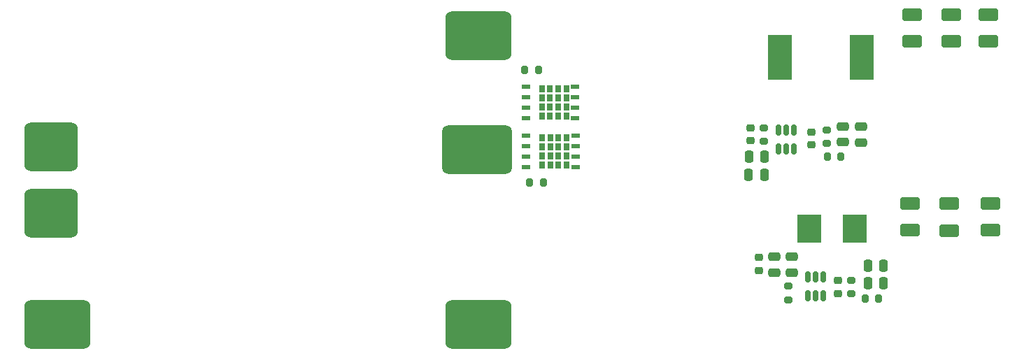
<source format=gbr>
%TF.GenerationSoftware,KiCad,Pcbnew,8.0.1*%
%TF.CreationDate,2024-08-18T09:44:38+02:00*%
%TF.ProjectId,robal_power_board,726f6261-6c5f-4706-9f77-65725f626f61,rev?*%
%TF.SameCoordinates,Original*%
%TF.FileFunction,Paste,Top*%
%TF.FilePolarity,Positive*%
%FSLAX46Y46*%
G04 Gerber Fmt 4.6, Leading zero omitted, Abs format (unit mm)*
G04 Created by KiCad (PCBNEW 8.0.1) date 2024-08-18 09:44:38*
%MOMM*%
%LPD*%
G01*
G04 APERTURE LIST*
G04 Aperture macros list*
%AMRoundRect*
0 Rectangle with rounded corners*
0 $1 Rounding radius*
0 $2 $3 $4 $5 $6 $7 $8 $9 X,Y pos of 4 corners*
0 Add a 4 corners polygon primitive as box body*
4,1,4,$2,$3,$4,$5,$6,$7,$8,$9,$2,$3,0*
0 Add four circle primitives for the rounded corners*
1,1,$1+$1,$2,$3*
1,1,$1+$1,$4,$5*
1,1,$1+$1,$6,$7*
1,1,$1+$1,$8,$9*
0 Add four rect primitives between the rounded corners*
20,1,$1+$1,$2,$3,$4,$5,0*
20,1,$1+$1,$4,$5,$6,$7,0*
20,1,$1+$1,$6,$7,$8,$9,0*
20,1,$1+$1,$8,$9,$2,$3,0*%
G04 Aperture macros list end*
%ADD10R,2.950000X3.500000*%
%ADD11R,2.900000X5.400000*%
%ADD12RoundRect,0.150000X-0.150000X0.512500X-0.150000X-0.512500X0.150000X-0.512500X0.150000X0.512500X0*%
%ADD13R,0.780000X0.900000*%
%ADD14R,1.075000X0.500000*%
%ADD15R,0.975000X0.500000*%
%ADD16RoundRect,0.250001X-0.924999X0.499999X-0.924999X-0.499999X0.924999X-0.499999X0.924999X0.499999X0*%
%ADD17RoundRect,0.225000X-0.250000X0.225000X-0.250000X-0.225000X0.250000X-0.225000X0.250000X0.225000X0*%
%ADD18RoundRect,0.225000X0.250000X-0.225000X0.250000X0.225000X-0.250000X0.225000X-0.250000X-0.225000X0*%
%ADD19RoundRect,0.250000X0.475000X-0.250000X0.475000X0.250000X-0.475000X0.250000X-0.475000X-0.250000X0*%
%ADD20RoundRect,0.200000X0.275000X-0.200000X0.275000X0.200000X-0.275000X0.200000X-0.275000X-0.200000X0*%
%ADD21RoundRect,0.250001X0.924999X-0.499999X0.924999X0.499999X-0.924999X0.499999X-0.924999X-0.499999X0*%
%ADD22RoundRect,0.900000X3.100000X-2.100000X3.100000X2.100000X-3.100000X2.100000X-3.100000X-2.100000X0*%
%ADD23RoundRect,0.900000X3.100000X2.100000X-3.100000X2.100000X-3.100000X-2.100000X3.100000X-2.100000X0*%
%ADD24RoundRect,0.900000X-3.100000X2.100000X-3.100000X-2.100000X3.100000X-2.100000X3.100000X2.100000X0*%
%ADD25RoundRect,0.900000X-2.350000X2.100000X-2.350000X-2.100000X2.350000X-2.100000X2.350000X2.100000X0*%
%ADD26RoundRect,0.900000X3.350000X-2.100000X3.350000X2.100000X-3.350000X2.100000X-3.350000X-2.100000X0*%
%ADD27RoundRect,0.200000X-0.200000X-0.275000X0.200000X-0.275000X0.200000X0.275000X-0.200000X0.275000X0*%
%ADD28RoundRect,0.200000X0.200000X0.275000X-0.200000X0.275000X-0.200000X-0.275000X0.200000X-0.275000X0*%
%ADD29RoundRect,0.250000X0.250000X0.475000X-0.250000X0.475000X-0.250000X-0.475000X0.250000X-0.475000X0*%
%ADD30RoundRect,0.250000X-0.250000X-0.475000X0.250000X-0.475000X0.250000X0.475000X-0.250000X0.475000X0*%
G04 APERTURE END LIST*
D10*
%TO.C,L1*%
X180567500Y-94705500D03*
X175117500Y-94705500D03*
%TD*%
D11*
%TO.C,L5*%
X181450000Y-74000000D03*
X171550000Y-74000000D03*
%TD*%
D12*
%TO.C,IC2*%
X173252000Y-82752000D03*
X172302000Y-82752000D03*
X171352000Y-82752000D03*
X171352000Y-85027000D03*
X172302000Y-85027000D03*
X173252000Y-85027000D03*
%TD*%
D13*
%TO.C,Q2*%
X142764000Y-83694000D03*
X142764000Y-84794000D03*
X142764000Y-85894000D03*
X142764000Y-86994000D03*
X143744000Y-83694000D03*
X143744000Y-84794000D03*
X143744000Y-85894000D03*
X143744000Y-86994000D03*
X144724000Y-83694000D03*
X144724000Y-84794000D03*
X144724000Y-85894000D03*
X144724000Y-86994000D03*
X145704000Y-83694000D03*
X145704000Y-84794000D03*
X145704000Y-85894000D03*
X145704000Y-86994000D03*
D14*
X140801500Y-87249000D03*
D15*
X146776500Y-83439000D03*
X146776500Y-84709000D03*
X146776500Y-85979000D03*
X146776500Y-87249000D03*
D14*
X140801500Y-83439000D03*
X140801500Y-84709000D03*
X140801500Y-85979000D03*
%TD*%
D12*
%TO.C,IC1*%
X176792500Y-100568000D03*
X175842500Y-100568000D03*
X174892500Y-100568000D03*
X174892500Y-102843000D03*
X175842500Y-102843000D03*
X176792500Y-102843000D03*
%TD*%
D16*
%TO.C,C8*%
X187250000Y-91665000D03*
X187250000Y-94915000D03*
%TD*%
D17*
%TO.C,C22*%
X175302000Y-83027000D03*
X175302000Y-84577000D03*
%TD*%
D18*
%TO.C,C5*%
X168984500Y-99761500D03*
X168984500Y-98211500D03*
%TD*%
D17*
%TO.C,C6*%
X178540251Y-100991374D03*
X178540251Y-102541374D03*
%TD*%
D19*
%TO.C,C3*%
X170866356Y-100032673D03*
X170866356Y-98132673D03*
%TD*%
D16*
%TO.C,C11*%
X197000000Y-91619920D03*
X197000000Y-94869920D03*
%TD*%
D20*
%TO.C,R9*%
X169610383Y-84153766D03*
X169610383Y-82503766D03*
%TD*%
D21*
%TO.C,C12*%
X187500000Y-72055000D03*
X187500000Y-68805000D03*
%TD*%
D22*
%TO.C,U1*%
X84074000Y-106336000D03*
D23*
X135074000Y-106336000D03*
D24*
X135074000Y-71336000D03*
D25*
X83324000Y-84836000D03*
X83324000Y-92836000D03*
D26*
X134824000Y-85136000D03*
%TD*%
D27*
%TO.C,R1*%
X140631859Y-75465502D03*
X142281859Y-75465502D03*
%TD*%
D19*
%TO.C,C18*%
X181342324Y-84249687D03*
X181342324Y-82349687D03*
%TD*%
D16*
%TO.C,C9*%
X192000000Y-91683563D03*
X192000000Y-94933563D03*
%TD*%
D17*
%TO.C,C21*%
X167998377Y-82508287D03*
X167998377Y-84058287D03*
%TD*%
D21*
%TO.C,C10*%
X196750000Y-72036266D03*
X196750000Y-68786266D03*
%TD*%
D27*
%TO.C,R5*%
X141224000Y-89154000D03*
X142874000Y-89154000D03*
%TD*%
D28*
%TO.C,R8*%
X178895355Y-85974888D03*
X177245355Y-85974888D03*
%TD*%
D13*
%TO.C,Q1*%
X142726500Y-77789000D03*
X142726500Y-78889000D03*
X142726500Y-79989000D03*
X142726500Y-81089000D03*
X143706500Y-77789000D03*
X143706500Y-78889000D03*
X143706500Y-79989000D03*
X143706500Y-81089000D03*
X144686500Y-77789000D03*
X144686500Y-78889000D03*
X144686500Y-79989000D03*
X144686500Y-81089000D03*
X145666500Y-77789000D03*
X145666500Y-78889000D03*
X145666500Y-79989000D03*
X145666500Y-81089000D03*
D14*
X140764000Y-81344000D03*
D15*
X146739000Y-77534000D03*
X146739000Y-78804000D03*
X146739000Y-80074000D03*
X146739000Y-81344000D03*
D14*
X140764000Y-77534000D03*
X140764000Y-78804000D03*
X140764000Y-80074000D03*
%TD*%
D19*
%TO.C,C13*%
X179106205Y-84248472D03*
X179106205Y-82348472D03*
%TD*%
D29*
%TO.C,C1*%
X184058440Y-101307482D03*
X182158440Y-101307482D03*
%TD*%
D19*
%TO.C,C4*%
X172949000Y-100017307D03*
X172949000Y-98117307D03*
%TD*%
D20*
%TO.C,R10*%
X177206854Y-84383497D03*
X177206854Y-82733497D03*
%TD*%
D30*
%TO.C,C20*%
X167734257Y-88166977D03*
X169634257Y-88166977D03*
%TD*%
D20*
%TO.C,R3*%
X172540500Y-103304500D03*
X172540500Y-101654500D03*
%TD*%
D29*
%TO.C,C2*%
X184093739Y-99207168D03*
X182193739Y-99207168D03*
%TD*%
D20*
%TO.C,R4*%
X180181673Y-102609024D03*
X180181673Y-100959024D03*
%TD*%
D30*
%TO.C,C19*%
X167760082Y-86009654D03*
X169660082Y-86009654D03*
%TD*%
D28*
%TO.C,R2*%
X183480000Y-103196000D03*
X181830000Y-103196000D03*
%TD*%
D21*
%TO.C,C7*%
X192250000Y-72048614D03*
X192250000Y-68798614D03*
%TD*%
M02*

</source>
